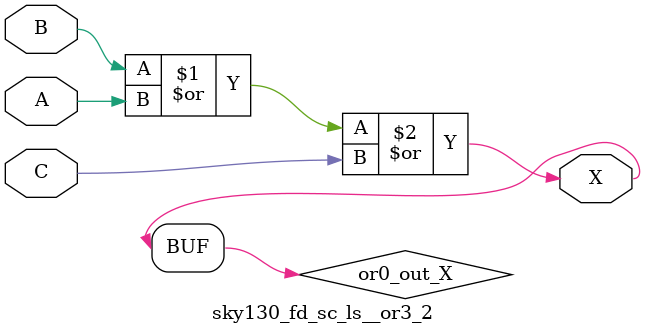
<source format=v>
/*
 * Copyright 2020 The SkyWater PDK Authors
 *
 * Licensed under the Apache License, Version 2.0 (the "License");
 * you may not use this file except in compliance with the License.
 * You may obtain a copy of the License at
 *
 *     https://www.apache.org/licenses/LICENSE-2.0
 *
 * Unless required by applicable law or agreed to in writing, software
 * distributed under the License is distributed on an "AS IS" BASIS,
 * WITHOUT WARRANTIES OR CONDITIONS OF ANY KIND, either express or implied.
 * See the License for the specific language governing permissions and
 * limitations under the License.
 *
 * SPDX-License-Identifier: Apache-2.0
*/


`ifndef SKY130_FD_SC_LS__OR3_2_FUNCTIONAL_V
`define SKY130_FD_SC_LS__OR3_2_FUNCTIONAL_V

/**
 * or3: 3-input OR.
 *
 * Verilog simulation functional model.
 */

`timescale 1ns / 1ps
`default_nettype none

`celldefine
module sky130_fd_sc_ls__or3_2 (
    X,
    A,
    B,
    C
);

    // Module ports
    output X;
    input  A;
    input  B;
    input  C;

    // Local signals
    wire or0_out_X;

    //  Name  Output     Other arguments
    or  or0  (or0_out_X, B, A, C        );
    buf buf0 (X        , or0_out_X      );

endmodule
`endcelldefine

`default_nettype wire
`endif  // SKY130_FD_SC_LS__OR3_2_FUNCTIONAL_V

</source>
